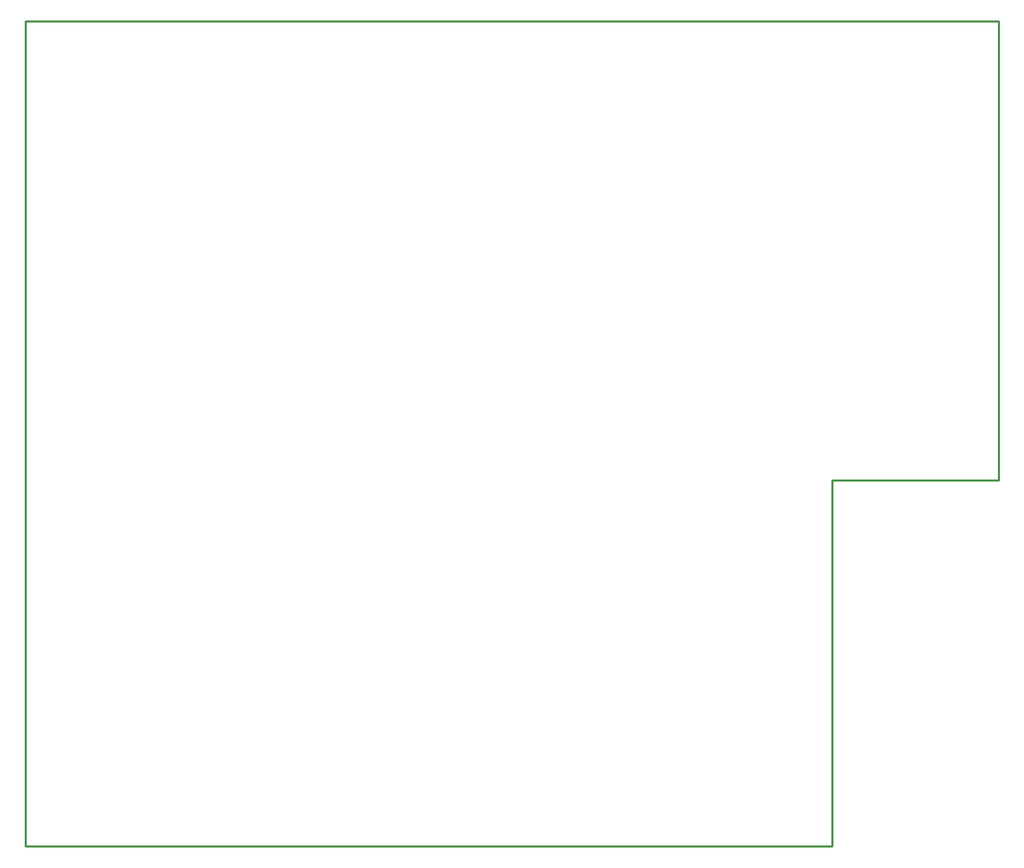
<source format=gm1>
G04*
G04 #@! TF.GenerationSoftware,Altium Limited,Altium Designer,22.0.2 (36)*
G04*
G04 Layer_Color=16711935*
%FSLAX25Y25*%
%MOIN*%
G70*
G04*
G04 #@! TF.SameCoordinates,D710C13B-DE0B-4BD4-8DFF-8B7893174C1F*
G04*
G04*
G04 #@! TF.FilePolarity,Positive*
G04*
G01*
G75*
%ADD13C,0.01000*%
D13*
X1968504Y855512D02*
Y859449D01*
X1508858Y469488D02*
Y859449D01*
X1968504Y642520D02*
Y855512D01*
X1966831Y859449D02*
X1968504D01*
X1520079D02*
X1966831D01*
X1508858D02*
X1515354D01*
X1520079D01*
X1508858Y469488D02*
X1889764D01*
X1889764Y469488D01*
Y642520D01*
X1968504D01*
M02*

</source>
